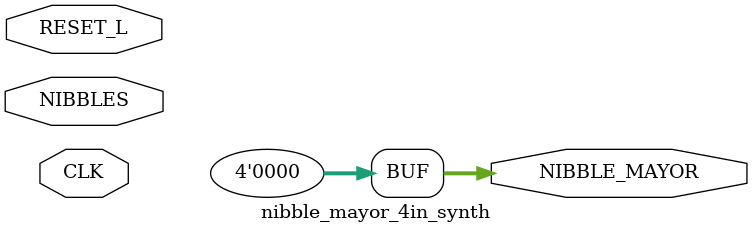
<source format=v>
/* Generated by Yosys 0.7 (git sha1 61f6811, gcc 5.4.0-6ubuntu1~16.04.4 -O2 -fstack-protector-strong -fPIC -Os) */

/* top =  1  */
/* src = "nibble_mayor_4in_synth.v:11" */
module nibble_mayor_4in_synth(NIBBLE_MAYOR, CLK, RESET_L, NIBBLES);
  /* src = "nibble_mayor_4in_synth.v:13" */
  input CLK;
  /* src = "nibble_mayor_4in_synth.v:15" */
  input [15:0] NIBBLES;
  /* src = "nibble_mayor_4in_synth.v:12" */
  output [3:0] NIBBLE_MAYOR;
  /* src = "nibble_mayor_4in_synth.v:14" */
  input RESET_L;
  assign NIBBLE_MAYOR = 4'b0000;
endmodule

</source>
